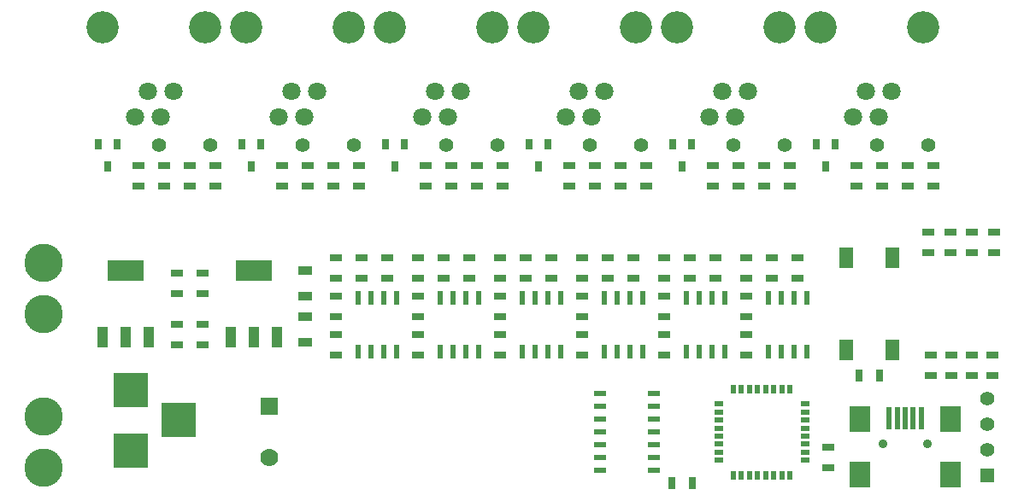
<source format=gts>
G04 (created by PCBNEW (25-Oct-2014 BZR 4029)-stable) date Wed 10 Jun 2015 01:49:49 AM EDT*
%MOIN*%
G04 Gerber Fmt 3.4, Leading zero omitted, Abs format*
%FSLAX34Y34*%
G01*
G70*
G90*
G04 APERTURE LIST*
%ADD10C,0.00590551*%
%ADD11C,0.125984*%
%ADD12C,0.0708661*%
%ADD13R,0.07X0.07*%
%ADD14C,0.07*%
%ADD15R,0.0236X0.0551*%
%ADD16R,0.0197X0.0906*%
%ADD17R,0.0787X0.0984*%
%ADD18C,0.0354*%
%ADD19C,0.15*%
%ADD20R,0.045X0.025*%
%ADD21R,0.0315X0.0394*%
%ADD22R,0.144X0.08*%
%ADD23R,0.04X0.08*%
%ADD24R,0.055X0.035*%
%ADD25R,0.025X0.045*%
%ADD26R,0.1378X0.1378*%
%ADD27C,0.055*%
%ADD28R,0.0551181X0.0826772*%
%ADD29R,0.045X0.02*%
%ADD30R,0.0334646X0.0212598*%
%ADD31R,0.0212598X0.0334646*%
%ADD32R,0.055X0.055*%
G04 APERTURE END LIST*
G54D10*
G54D11*
X17700Y-11200D03*
X13700Y-11200D03*
G54D12*
X16450Y-13700D03*
X15950Y-14700D03*
X15450Y-13700D03*
X14950Y-14700D03*
G54D13*
X20200Y-26000D03*
G54D14*
X20200Y-28000D03*
G54D15*
X36450Y-21750D03*
X36450Y-23850D03*
X36950Y-21750D03*
X37450Y-21750D03*
X37950Y-21750D03*
X36950Y-23850D03*
X37450Y-23850D03*
X37950Y-23850D03*
G54D16*
X44370Y-26442D03*
X44685Y-26442D03*
X45000Y-26442D03*
X45315Y-26442D03*
X45630Y-26442D03*
G54D17*
X43248Y-26481D03*
X43248Y-28646D03*
X46752Y-26481D03*
X46752Y-28646D03*
G54D18*
X44134Y-27465D03*
X45866Y-27465D03*
G54D19*
X11400Y-28400D03*
X11400Y-26400D03*
X11400Y-22400D03*
X11400Y-20400D03*
G54D20*
X48400Y-24006D03*
X48400Y-24793D03*
X46800Y-24006D03*
X46800Y-24793D03*
X47600Y-24793D03*
X47600Y-24006D03*
X46000Y-24006D03*
X46000Y-24793D03*
G54D21*
X13900Y-16633D03*
X13525Y-15767D03*
X14275Y-15767D03*
G54D22*
X14600Y-20700D03*
G54D23*
X14600Y-23300D03*
X15500Y-23300D03*
X13700Y-23300D03*
G54D20*
X17600Y-21593D03*
X17600Y-20806D03*
G54D24*
X21600Y-20707D03*
X21600Y-21692D03*
X21600Y-23492D03*
X21600Y-22507D03*
G54D25*
X35906Y-29000D03*
X36693Y-29000D03*
G54D20*
X42000Y-27606D03*
X42000Y-28393D03*
G54D26*
X14800Y-25359D03*
X14800Y-27721D03*
X16650Y-26540D03*
G54D20*
X17100Y-17393D03*
X17100Y-16606D03*
X15100Y-17393D03*
X15100Y-16606D03*
X22700Y-17393D03*
X22700Y-16606D03*
X20700Y-17393D03*
X20700Y-16606D03*
X28300Y-17393D03*
X28300Y-16606D03*
X26300Y-17393D03*
X26300Y-16606D03*
X33900Y-17393D03*
X33900Y-16606D03*
X31900Y-17393D03*
X31900Y-16606D03*
X39500Y-17393D03*
X39500Y-16606D03*
X37500Y-17393D03*
X37500Y-16606D03*
X45100Y-17393D03*
X45100Y-16606D03*
X43100Y-17393D03*
X43100Y-16606D03*
G54D11*
X23300Y-11200D03*
X19300Y-11200D03*
G54D12*
X22050Y-13700D03*
X21550Y-14700D03*
X21050Y-13700D03*
X20550Y-14700D03*
G54D11*
X28900Y-11200D03*
X24900Y-11200D03*
G54D12*
X27650Y-13700D03*
X27150Y-14700D03*
X26650Y-13700D03*
X26150Y-14700D03*
G54D11*
X34500Y-11200D03*
X30500Y-11200D03*
G54D12*
X33250Y-13700D03*
X32750Y-14700D03*
X32250Y-13700D03*
X31750Y-14700D03*
G54D11*
X40100Y-11200D03*
X36100Y-11200D03*
G54D12*
X38850Y-13700D03*
X38350Y-14700D03*
X37850Y-13700D03*
X37350Y-14700D03*
G54D11*
X45700Y-11200D03*
X41700Y-11200D03*
G54D12*
X44450Y-13700D03*
X43950Y-14700D03*
X43450Y-13700D03*
X42950Y-14700D03*
G54D20*
X16600Y-21593D03*
X16600Y-20806D03*
X16600Y-23593D03*
X16600Y-22806D03*
G54D25*
X43993Y-24800D03*
X43206Y-24800D03*
G54D20*
X18100Y-17393D03*
X18100Y-16606D03*
X22800Y-20206D03*
X22800Y-20993D03*
X23800Y-20993D03*
X23800Y-20206D03*
X24800Y-20206D03*
X24800Y-20993D03*
G54D27*
X17900Y-15800D03*
X15900Y-15800D03*
G54D20*
X16100Y-16606D03*
X16100Y-17393D03*
X23700Y-17393D03*
X23700Y-16606D03*
X26000Y-20206D03*
X26000Y-20993D03*
X27000Y-20993D03*
X27000Y-20206D03*
X28000Y-20206D03*
X28000Y-20993D03*
G54D27*
X23500Y-15800D03*
X21500Y-15800D03*
G54D20*
X21700Y-16606D03*
X21700Y-17393D03*
X29300Y-17393D03*
X29300Y-16606D03*
X29200Y-20206D03*
X29200Y-20993D03*
X30200Y-20993D03*
X30200Y-20206D03*
X31200Y-20206D03*
X31200Y-20993D03*
G54D27*
X29100Y-15800D03*
X27100Y-15800D03*
G54D20*
X27300Y-16606D03*
X27300Y-17393D03*
X34900Y-17393D03*
X34900Y-16606D03*
X32400Y-20206D03*
X32400Y-20993D03*
X33400Y-20993D03*
X33400Y-20206D03*
X34400Y-20206D03*
X34400Y-20993D03*
G54D27*
X34700Y-15800D03*
X32700Y-15800D03*
G54D20*
X32900Y-16606D03*
X32900Y-17393D03*
X40500Y-17393D03*
X40500Y-16606D03*
X35600Y-20206D03*
X35600Y-20993D03*
X36600Y-20993D03*
X36600Y-20206D03*
X37600Y-20206D03*
X37600Y-20993D03*
G54D27*
X40300Y-15800D03*
X38300Y-15800D03*
G54D20*
X38500Y-16606D03*
X38500Y-17393D03*
X46100Y-17393D03*
X46100Y-16606D03*
X38800Y-20206D03*
X38800Y-20993D03*
X39800Y-20993D03*
X39800Y-20206D03*
X40800Y-20206D03*
X40800Y-20993D03*
G54D27*
X45900Y-15800D03*
X43900Y-15800D03*
G54D20*
X44100Y-16606D03*
X44100Y-17393D03*
X17600Y-23593D03*
X17600Y-22806D03*
X22800Y-23206D03*
X22800Y-23993D03*
X26000Y-23206D03*
X26000Y-23993D03*
X29200Y-23206D03*
X29200Y-23993D03*
X32400Y-23206D03*
X32400Y-23993D03*
X35600Y-23206D03*
X35600Y-23993D03*
X38800Y-23206D03*
X38800Y-23993D03*
G54D28*
X44485Y-20208D03*
X44485Y-23791D03*
X42714Y-20208D03*
X42714Y-23791D03*
G54D22*
X19600Y-20700D03*
G54D23*
X19600Y-23300D03*
X20500Y-23300D03*
X18700Y-23300D03*
G54D29*
X33100Y-25500D03*
X33100Y-26000D03*
X33100Y-26500D03*
X33100Y-27000D03*
X33100Y-27500D03*
X33100Y-28000D03*
X33100Y-28500D03*
X35200Y-28500D03*
X35200Y-28000D03*
X35200Y-27500D03*
X35200Y-27000D03*
X35200Y-26500D03*
X35200Y-26000D03*
X35200Y-25500D03*
G54D15*
X23650Y-21750D03*
X23650Y-23850D03*
X24150Y-21750D03*
X24650Y-21750D03*
X25150Y-21750D03*
X24150Y-23850D03*
X24650Y-23850D03*
X25150Y-23850D03*
X26850Y-21750D03*
X26850Y-23850D03*
X27350Y-21750D03*
X27850Y-21750D03*
X28350Y-21750D03*
X27350Y-23850D03*
X27850Y-23850D03*
X28350Y-23850D03*
G54D21*
X19500Y-16633D03*
X19125Y-15767D03*
X19875Y-15767D03*
G54D15*
X30050Y-21750D03*
X30050Y-23850D03*
X30550Y-21750D03*
X31050Y-21750D03*
X31550Y-21750D03*
X30550Y-23850D03*
X31050Y-23850D03*
X31550Y-23850D03*
G54D21*
X25100Y-16633D03*
X24725Y-15767D03*
X25475Y-15767D03*
G54D15*
X33250Y-21750D03*
X33250Y-23850D03*
X33750Y-21750D03*
X34250Y-21750D03*
X34750Y-21750D03*
X33750Y-23850D03*
X34250Y-23850D03*
X34750Y-23850D03*
G54D21*
X30700Y-16633D03*
X30325Y-15767D03*
X31075Y-15767D03*
X36300Y-16633D03*
X35925Y-15767D03*
X36675Y-15767D03*
G54D15*
X39650Y-21750D03*
X39650Y-23850D03*
X40150Y-21750D03*
X40650Y-21750D03*
X41150Y-21750D03*
X40150Y-23850D03*
X40650Y-23850D03*
X41150Y-23850D03*
G54D21*
X41900Y-16633D03*
X41525Y-15767D03*
X42275Y-15767D03*
G54D30*
X37716Y-28102D03*
X37716Y-27787D03*
X37716Y-27472D03*
X37716Y-27157D03*
X37716Y-26842D03*
X37716Y-26527D03*
X37716Y-26212D03*
X37716Y-25897D03*
X37716Y-25897D03*
X37716Y-26212D03*
X37716Y-26527D03*
X37716Y-26842D03*
X37716Y-27157D03*
X37716Y-27472D03*
X37716Y-27787D03*
X37716Y-28102D03*
X37716Y-28102D03*
X37716Y-27787D03*
X37716Y-27472D03*
X37716Y-27157D03*
X37716Y-26842D03*
X37716Y-26527D03*
X37716Y-26212D03*
X37716Y-25897D03*
X37716Y-25897D03*
X37716Y-26212D03*
X37716Y-26527D03*
X37716Y-26842D03*
X37716Y-27157D03*
X37716Y-27472D03*
X37716Y-27787D03*
X37716Y-28102D03*
G54D31*
X38297Y-28683D03*
X38612Y-28683D03*
X38927Y-28683D03*
X39242Y-28683D03*
X39557Y-28683D03*
X39872Y-28683D03*
X40187Y-28683D03*
X40502Y-28683D03*
G54D30*
X41083Y-28102D03*
X41083Y-27787D03*
X41083Y-27472D03*
X41083Y-27157D03*
X41083Y-26842D03*
X41083Y-26527D03*
X41083Y-26212D03*
X41083Y-25897D03*
G54D31*
X40502Y-25316D03*
X40187Y-25316D03*
X39872Y-25316D03*
X39557Y-25316D03*
X39242Y-25316D03*
X38927Y-25316D03*
X38612Y-25316D03*
X38297Y-25316D03*
G54D20*
X48450Y-19206D03*
X48450Y-19993D03*
X46750Y-19206D03*
X46750Y-19993D03*
X47600Y-19206D03*
X47600Y-19993D03*
X45900Y-19206D03*
X45900Y-19993D03*
X22800Y-22493D03*
X22800Y-21706D03*
X26000Y-22493D03*
X26000Y-21706D03*
X29200Y-22493D03*
X29200Y-21706D03*
X32400Y-22493D03*
X32400Y-21706D03*
X35600Y-22493D03*
X35600Y-21706D03*
X38800Y-22493D03*
X38800Y-21706D03*
G54D32*
X48200Y-28700D03*
G54D27*
X48200Y-27700D03*
X48200Y-26700D03*
X48200Y-25700D03*
M02*

</source>
